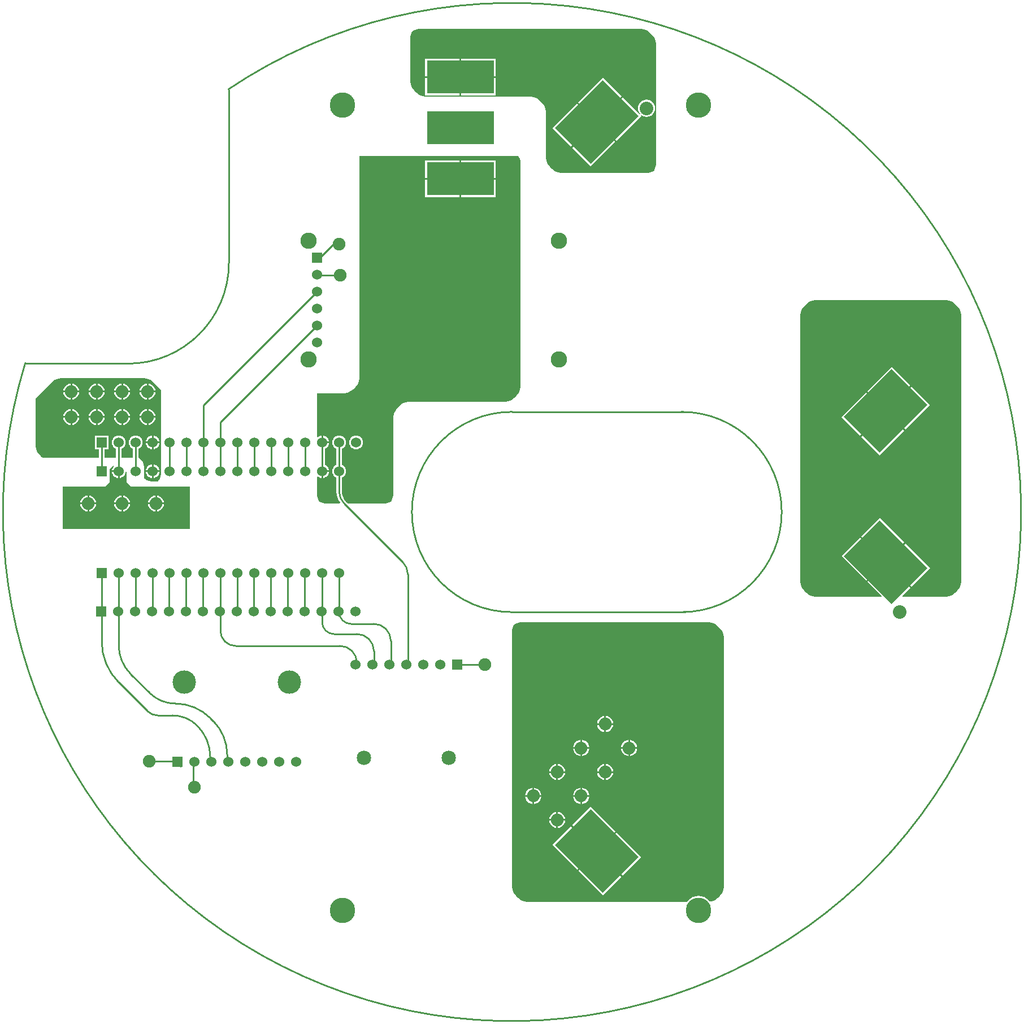
<source format=gtl>
G04*
G04 #@! TF.GenerationSoftware,Altium Limited,Altium Designer,20.2.8 (258)*
G04*
G04 Layer_Physical_Order=1*
G04 Layer_Color=255*
%FSLAX24Y24*%
%MOIN*%
G70*
G04*
G04 #@! TF.SameCoordinates,38B3CD4D-B414-478E-BCC0-3ABEE8A09775*
G04*
G04*
G04 #@! TF.FilePolarity,Positive*
G04*
G01*
G75*
%ADD10C,0.0100*%
G04:AMPARAMS|DCode=29|XSize=300mil|YSize=400mil|CornerRadius=0mil|HoleSize=0mil|Usage=FLASHONLY|Rotation=315.000|XOffset=0mil|YOffset=0mil|HoleType=Round|Shape=Rectangle|*
%AMROTATEDRECTD29*
4,1,4,-0.2475,-0.0354,0.0354,0.2475,0.2475,0.0354,-0.0354,-0.2475,-0.2475,-0.0354,0.0*
%
%ADD29ROTATEDRECTD29*%

G04:AMPARAMS|DCode=30|XSize=300mil|YSize=400mil|CornerRadius=0mil|HoleSize=0mil|Usage=FLASHONLY|Rotation=225.000|XOffset=0mil|YOffset=0mil|HoleType=Round|Shape=Rectangle|*
%AMROTATEDRECTD30*
4,1,4,-0.0354,0.2475,0.2475,-0.0354,0.0354,-0.2475,-0.2475,0.0354,-0.0354,0.2475,0.0*
%
%ADD30ROTATEDRECTD30*%

%ADD31R,0.3937X0.1969*%
%ADD32R,0.0600X0.0600*%
%ADD33C,0.0600*%
%ADD34R,0.0602X0.0602*%
%ADD35C,0.0602*%
%ADD36R,0.0600X0.0600*%
%ADD37C,0.0800*%
%ADD38C,0.0965*%
%ADD39C,0.1378*%
%ADD40C,0.0850*%
%ADD41C,0.0750*%
%ADD42C,0.1500*%
G36*
X37792Y58462D02*
X37974Y58386D01*
X38137Y58277D01*
X38277Y58137D01*
X38386Y57974D01*
X38462Y57792D01*
X38500Y57598D01*
Y57500D01*
Y50500D01*
Y50451D01*
X38481Y50354D01*
X38443Y50263D01*
X38388Y50181D01*
X38319Y50112D01*
X38237Y50057D01*
X38146Y50019D01*
X38049Y50000D01*
X32902D01*
X32708Y50038D01*
X32526Y50114D01*
X32363Y50223D01*
X32223Y50363D01*
X32114Y50526D01*
X32038Y50708D01*
X32000Y50902D01*
Y51000D01*
Y53500D01*
X31995Y53598D01*
X31957Y53790D01*
X31882Y53971D01*
X31773Y54134D01*
X31634Y54273D01*
X31471Y54382D01*
X31290Y54457D01*
X31098Y54495D01*
X31000Y54500D01*
X24902D01*
X24708Y54538D01*
X24526Y54614D01*
X24363Y54723D01*
X24223Y54863D01*
X24114Y55026D01*
X24038Y55208D01*
X24000Y55402D01*
Y55500D01*
Y58000D01*
Y58049D01*
X24019Y58146D01*
X24057Y58237D01*
X24112Y58319D01*
X24181Y58388D01*
X24263Y58443D01*
X24354Y58481D01*
X24451Y58500D01*
X37598D01*
X37792Y58462D01*
D02*
G37*
G36*
X8477Y37862D02*
X8659Y37786D01*
X8823Y37677D01*
X9224Y37276D01*
X9261Y37220D01*
X9287Y37158D01*
X9300Y37092D01*
Y37059D01*
Y32283D01*
Y32216D01*
X9274Y32084D01*
X9222Y31959D01*
X9148Y31848D01*
X9100Y31800D01*
X8716D01*
X8584Y31826D01*
X8459Y31878D01*
X8348Y31952D01*
X8300Y32000D01*
Y32617D01*
X8297Y32684D01*
X8271Y32815D01*
X8219Y32939D01*
X8145Y33050D01*
X8100Y33100D01*
X8075Y33122D01*
X8020Y33160D01*
X7958Y33185D01*
X7953Y33186D01*
Y33730D01*
X8002Y33751D01*
X8085Y33815D01*
X8149Y33898D01*
X8190Y33996D01*
X8203Y34100D01*
X8190Y34204D01*
X8149Y34302D01*
X8085Y34385D01*
X8002Y34449D01*
X7904Y34490D01*
X7800Y34503D01*
X7696Y34490D01*
X7598Y34449D01*
X7515Y34385D01*
X7451Y34302D01*
X7410Y34204D01*
X7397Y34100D01*
X7410Y33996D01*
X7451Y33898D01*
X7515Y33815D01*
X7598Y33751D01*
X7647Y33730D01*
Y33200D01*
X6953D01*
Y33730D01*
X7002Y33751D01*
X7085Y33815D01*
X7149Y33898D01*
X7190Y33996D01*
X7203Y34100D01*
X7190Y34204D01*
X7149Y34302D01*
X7085Y34385D01*
X7002Y34449D01*
X6904Y34490D01*
X6800Y34503D01*
X6696Y34490D01*
X6598Y34449D01*
X6515Y34385D01*
X6451Y34302D01*
X6410Y34204D01*
X6397Y34100D01*
X6410Y33996D01*
X6451Y33898D01*
X6515Y33815D01*
X6598Y33751D01*
X6647Y33730D01*
Y33200D01*
X5953D01*
Y33700D01*
X6200D01*
Y34500D01*
X5400D01*
Y33700D01*
X5647D01*
Y33200D01*
X2408D01*
X2342Y33213D01*
X2280Y33239D01*
X2224Y33276D01*
X2200Y33300D01*
X2183Y33317D01*
X2183D01*
X2116Y33384D01*
X2010Y33543D01*
X1937Y33718D01*
X1900Y33905D01*
Y34000D01*
Y36700D01*
X2807Y37607D01*
X2807Y37607D01*
Y37607D01*
X2877Y37677D01*
X3041Y37786D01*
X3223Y37862D01*
X3416Y37900D01*
X8284D01*
X8477Y37862D01*
D02*
G37*
G36*
X30399Y50943D02*
X30449Y50822D01*
X30483Y50696D01*
X30500Y50566D01*
X30500Y50500D01*
X30500Y37500D01*
Y37402D01*
X30462Y37208D01*
X30386Y37026D01*
X30277Y36863D01*
X30137Y36723D01*
X29974Y36614D01*
X29792Y36538D01*
X29598Y36500D01*
X24000D01*
X24000Y36500D01*
X23902Y36495D01*
X23710Y36457D01*
X23529Y36382D01*
X23366Y36273D01*
X23227Y36134D01*
X23118Y35971D01*
X23043Y35790D01*
X23005Y35598D01*
X23000Y35500D01*
Y31000D01*
Y30951D01*
X22981Y30854D01*
X22943Y30763D01*
X22888Y30681D01*
X22819Y30612D01*
X22737Y30557D01*
X22646Y30519D01*
X22549Y30500D01*
X20316D01*
X20236Y30580D01*
X20201Y30615D01*
X20201Y30615D01*
X20201Y30615D01*
X20168Y30652D01*
X20094Y30742D01*
X20016Y30889D01*
X19967Y31049D01*
X19956Y31165D01*
X19953Y31214D01*
D01*
X19953Y31264D01*
Y32029D01*
X20002Y32050D01*
X20086Y32114D01*
X20150Y32198D01*
X20191Y32295D01*
X20205Y32400D01*
X20191Y32505D01*
X20150Y32602D01*
X20086Y32686D01*
X20002Y32750D01*
X19953Y32771D01*
Y33730D01*
X20002Y33751D01*
X20085Y33815D01*
X20149Y33898D01*
X20190Y33996D01*
X20203Y34100D01*
X20190Y34204D01*
X20149Y34302D01*
X20085Y34385D01*
X20002Y34449D01*
X19904Y34490D01*
X19800Y34503D01*
X19696Y34490D01*
X19598Y34449D01*
X19515Y34385D01*
X19451Y34302D01*
X19410Y34204D01*
X19397Y34100D01*
X19410Y33996D01*
X19451Y33898D01*
X19515Y33815D01*
X19598Y33751D01*
X19647Y33730D01*
Y32771D01*
X19598Y32750D01*
X19514Y32686D01*
X19450Y32602D01*
X19409Y32505D01*
X19395Y32400D01*
X19409Y32295D01*
X19450Y32198D01*
X19514Y32114D01*
X19598Y32050D01*
X19647Y32029D01*
Y31214D01*
X19646Y31214D01*
X19661Y31034D01*
X19703Y30858D01*
X19772Y30691D01*
X19858Y30550D01*
X19838Y30500D01*
X18951D01*
X18854Y30519D01*
X18763Y30557D01*
X18681Y30612D01*
X18612Y30681D01*
X18557Y30763D01*
X18519Y30854D01*
X18500Y30951D01*
Y32062D01*
X18550Y32086D01*
X18598Y32050D01*
X18695Y32009D01*
X18750Y32002D01*
Y32400D01*
X18800D01*
Y32450D01*
X19198D01*
X19191Y32505D01*
X19150Y32602D01*
X19086Y32686D01*
X19002Y32750D01*
X18953Y32771D01*
Y33730D01*
X19002Y33751D01*
X19085Y33815D01*
X19149Y33898D01*
X19190Y33996D01*
X19197Y34050D01*
X18800D01*
Y34100D01*
X18750D01*
Y34497D01*
X18696Y34490D01*
X18598Y34449D01*
X18550Y34412D01*
X18500Y34437D01*
Y37000D01*
X19953Y37000D01*
X20000Y37000D01*
X20000Y37000D01*
X20000Y37000D01*
X20098Y37005D01*
X20290Y37043D01*
X20471Y37118D01*
X20634Y37227D01*
X20773Y37366D01*
X20882Y37529D01*
X20957Y37710D01*
X20995Y37902D01*
X21000Y38000D01*
X21000Y51000D01*
X30366D01*
X30399Y50943D01*
D02*
G37*
G36*
X6482Y32723D02*
X6486Y32719D01*
X6500Y32668D01*
X6450Y32602D01*
X6409Y32505D01*
X6402Y32450D01*
X6800D01*
Y32400D01*
X6850D01*
Y32002D01*
X6905Y32009D01*
X7002Y32050D01*
X7086Y32114D01*
X7150Y32198D01*
X7191Y32295D01*
X7200Y32365D01*
X7250Y32361D01*
Y31750D01*
X7500Y31500D01*
X11000D01*
Y29000D01*
X3500D01*
Y31500D01*
X6000D01*
X6250Y31750D01*
Y32500D01*
X6475Y32725D01*
X6482Y32723D01*
D02*
G37*
G36*
X55792Y42462D02*
X55974Y42386D01*
X56137Y42277D01*
X56277Y42137D01*
X56386Y41974D01*
X56462Y41792D01*
X56500Y41598D01*
Y41500D01*
Y26000D01*
Y25902D01*
X56462Y25708D01*
X56386Y25526D01*
X56277Y25363D01*
X56137Y25223D01*
X55974Y25114D01*
X55792Y25038D01*
X55598Y25000D01*
X53035D01*
X53016Y25046D01*
X53498Y25528D01*
X52048Y26978D01*
X50952Y25882D01*
X51788Y25046D01*
X51769Y25000D01*
X47902D01*
X47708Y25038D01*
X47526Y25114D01*
X47363Y25223D01*
X47223Y25363D01*
X47114Y25526D01*
X47038Y25708D01*
X47000Y25902D01*
Y26000D01*
Y41500D01*
Y41598D01*
X47038Y41792D01*
X47114Y41974D01*
X47223Y42137D01*
X47363Y42277D01*
X47526Y42386D01*
X47708Y42462D01*
X47902Y42500D01*
X55598D01*
X55792Y42462D01*
D02*
G37*
G36*
X41792Y23462D02*
X41974Y23386D01*
X42137Y23277D01*
X42277Y23137D01*
X42386Y22974D01*
X42462Y22792D01*
X42500Y22598D01*
Y22500D01*
Y8000D01*
Y7902D01*
X42462Y7708D01*
X42386Y7526D01*
X42277Y7363D01*
X42137Y7223D01*
X41974Y7114D01*
X41792Y7038D01*
X41677Y7016D01*
X41604Y7104D01*
X41475Y7210D01*
X41327Y7289D01*
X41167Y7338D01*
X41000Y7354D01*
X40833Y7338D01*
X40673Y7289D01*
X40525Y7210D01*
X40396Y7104D01*
X40311Y7000D01*
X30902D01*
X30708Y7038D01*
X30526Y7114D01*
X30363Y7223D01*
X30223Y7363D01*
X30114Y7526D01*
X30038Y7708D01*
X30000Y7902D01*
Y8000D01*
Y23000D01*
Y23049D01*
X30019Y23146D01*
X30057Y23237D01*
X30112Y23319D01*
X30181Y23388D01*
X30263Y23443D01*
X30354Y23481D01*
X30451Y23500D01*
X41598D01*
X41792Y23462D01*
D02*
G37*
%LPC*%
G36*
X29018Y56734D02*
X27000D01*
Y55700D01*
X29018D01*
Y56734D01*
D02*
G37*
G36*
X26900D02*
X24881D01*
Y55700D01*
X26900D01*
Y56734D01*
D02*
G37*
G36*
X29018Y55600D02*
X27000D01*
Y54566D01*
X29018D01*
Y55600D01*
D02*
G37*
G36*
X26900D02*
X24881D01*
Y54566D01*
X26900D01*
Y55600D01*
D02*
G37*
G36*
X36520Y54450D02*
X35071Y53000D01*
X36167Y51904D01*
X37616Y53354D01*
X37571Y53399D01*
X37604Y53436D01*
X37682Y53376D01*
X37804Y53326D01*
X37934Y53309D01*
X38065Y53326D01*
X38187Y53376D01*
X38291Y53457D01*
X38371Y53561D01*
X38422Y53683D01*
X38439Y53813D01*
X38422Y53944D01*
X38371Y54065D01*
X38291Y54170D01*
X38187Y54250D01*
X38065Y54300D01*
X37934Y54317D01*
X37804Y54300D01*
X37682Y54250D01*
X37578Y54170D01*
X37498Y54065D01*
X37447Y53944D01*
X37430Y53813D01*
X37447Y53683D01*
X37498Y53561D01*
X37558Y53483D01*
X37520Y53450D01*
X36520Y54450D01*
D02*
G37*
G36*
X35354Y55616D02*
X33904Y54167D01*
X35000Y53071D01*
X36450Y54520D01*
X35354Y55616D01*
D02*
G37*
G36*
X33833Y54096D02*
X32384Y52646D01*
X33480Y51550D01*
X34929Y53000D01*
X33833Y54096D01*
D02*
G37*
G36*
X35000Y52929D02*
X33550Y51480D01*
X34646Y50384D01*
X36096Y51833D01*
X35000Y52929D01*
D02*
G37*
G36*
X8550Y37573D02*
Y37150D01*
X8973D01*
X8963Y37224D01*
X8915Y37340D01*
X8839Y37439D01*
X8740Y37515D01*
X8624Y37563D01*
X8550Y37573D01*
D02*
G37*
G36*
X8450D02*
X8376Y37563D01*
X8260Y37515D01*
X8161Y37439D01*
X8085Y37340D01*
X8037Y37224D01*
X8027Y37150D01*
X8450D01*
Y37573D01*
D02*
G37*
G36*
X7050D02*
Y37150D01*
X7473D01*
X7463Y37224D01*
X7415Y37340D01*
X7339Y37439D01*
X7240Y37515D01*
X7124Y37563D01*
X7050Y37573D01*
D02*
G37*
G36*
X6950D02*
X6876Y37563D01*
X6760Y37515D01*
X6661Y37439D01*
X6585Y37340D01*
X6537Y37224D01*
X6527Y37150D01*
X6950D01*
Y37573D01*
D02*
G37*
G36*
X5550D02*
Y37150D01*
X5973D01*
X5963Y37224D01*
X5915Y37340D01*
X5839Y37439D01*
X5740Y37515D01*
X5624Y37563D01*
X5550Y37573D01*
D02*
G37*
G36*
X5450D02*
X5376Y37563D01*
X5260Y37515D01*
X5161Y37439D01*
X5085Y37340D01*
X5037Y37224D01*
X5027Y37150D01*
X5450D01*
Y37573D01*
D02*
G37*
G36*
X4050D02*
Y37150D01*
X4473D01*
X4463Y37224D01*
X4415Y37340D01*
X4339Y37439D01*
X4240Y37515D01*
X4124Y37563D01*
X4050Y37573D01*
D02*
G37*
G36*
X3950D02*
X3876Y37563D01*
X3760Y37515D01*
X3661Y37439D01*
X3585Y37340D01*
X3537Y37224D01*
X3527Y37150D01*
X3950D01*
Y37573D01*
D02*
G37*
G36*
X8973Y37050D02*
X8550D01*
Y36627D01*
X8624Y36637D01*
X8740Y36685D01*
X8839Y36761D01*
X8915Y36860D01*
X8963Y36976D01*
X8973Y37050D01*
D02*
G37*
G36*
X8450D02*
X8027D01*
X8037Y36976D01*
X8085Y36860D01*
X8161Y36761D01*
X8260Y36685D01*
X8376Y36637D01*
X8450Y36627D01*
Y37050D01*
D02*
G37*
G36*
X7473D02*
X7050D01*
Y36627D01*
X7124Y36637D01*
X7240Y36685D01*
X7339Y36761D01*
X7415Y36860D01*
X7463Y36976D01*
X7473Y37050D01*
D02*
G37*
G36*
X6950D02*
X6527D01*
X6537Y36976D01*
X6585Y36860D01*
X6661Y36761D01*
X6760Y36685D01*
X6876Y36637D01*
X6950Y36627D01*
Y37050D01*
D02*
G37*
G36*
X5973D02*
X5550D01*
Y36627D01*
X5624Y36637D01*
X5740Y36685D01*
X5839Y36761D01*
X5915Y36860D01*
X5963Y36976D01*
X5973Y37050D01*
D02*
G37*
G36*
X5450D02*
X5027D01*
X5037Y36976D01*
X5085Y36860D01*
X5161Y36761D01*
X5260Y36685D01*
X5376Y36637D01*
X5450Y36627D01*
Y37050D01*
D02*
G37*
G36*
X4473D02*
X4050D01*
Y36627D01*
X4124Y36637D01*
X4240Y36685D01*
X4339Y36761D01*
X4415Y36860D01*
X4463Y36976D01*
X4473Y37050D01*
D02*
G37*
G36*
X3950D02*
X3527D01*
X3537Y36976D01*
X3585Y36860D01*
X3661Y36761D01*
X3760Y36685D01*
X3876Y36637D01*
X3950Y36627D01*
Y37050D01*
D02*
G37*
G36*
X8550Y36073D02*
Y35650D01*
X8973D01*
X8963Y35724D01*
X8915Y35840D01*
X8839Y35939D01*
X8740Y36015D01*
X8624Y36063D01*
X8550Y36073D01*
D02*
G37*
G36*
X8450D02*
X8376Y36063D01*
X8260Y36015D01*
X8161Y35939D01*
X8085Y35840D01*
X8037Y35724D01*
X8027Y35650D01*
X8450D01*
Y36073D01*
D02*
G37*
G36*
X7050D02*
Y35650D01*
X7473D01*
X7463Y35724D01*
X7415Y35840D01*
X7339Y35939D01*
X7240Y36015D01*
X7124Y36063D01*
X7050Y36073D01*
D02*
G37*
G36*
X6950D02*
X6876Y36063D01*
X6760Y36015D01*
X6661Y35939D01*
X6585Y35840D01*
X6537Y35724D01*
X6527Y35650D01*
X6950D01*
Y36073D01*
D02*
G37*
G36*
X5550D02*
Y35650D01*
X5973D01*
X5963Y35724D01*
X5915Y35840D01*
X5839Y35939D01*
X5740Y36015D01*
X5624Y36063D01*
X5550Y36073D01*
D02*
G37*
G36*
X5450D02*
X5376Y36063D01*
X5260Y36015D01*
X5161Y35939D01*
X5085Y35840D01*
X5037Y35724D01*
X5027Y35650D01*
X5450D01*
Y36073D01*
D02*
G37*
G36*
X4050D02*
Y35650D01*
X4473D01*
X4463Y35724D01*
X4415Y35840D01*
X4339Y35939D01*
X4240Y36015D01*
X4124Y36063D01*
X4050Y36073D01*
D02*
G37*
G36*
X3950D02*
X3876Y36063D01*
X3760Y36015D01*
X3661Y35939D01*
X3585Y35840D01*
X3537Y35724D01*
X3527Y35650D01*
X3950D01*
Y36073D01*
D02*
G37*
G36*
X8973Y35550D02*
X8550D01*
Y35127D01*
X8624Y35137D01*
X8740Y35185D01*
X8839Y35261D01*
X8915Y35360D01*
X8963Y35476D01*
X8973Y35550D01*
D02*
G37*
G36*
X8450D02*
X8027D01*
X8037Y35476D01*
X8085Y35360D01*
X8161Y35261D01*
X8260Y35185D01*
X8376Y35137D01*
X8450Y35127D01*
Y35550D01*
D02*
G37*
G36*
X7473D02*
X7050D01*
Y35127D01*
X7124Y35137D01*
X7240Y35185D01*
X7339Y35261D01*
X7415Y35360D01*
X7463Y35476D01*
X7473Y35550D01*
D02*
G37*
G36*
X6950D02*
X6527D01*
X6537Y35476D01*
X6585Y35360D01*
X6661Y35261D01*
X6760Y35185D01*
X6876Y35137D01*
X6950Y35127D01*
Y35550D01*
D02*
G37*
G36*
X5973D02*
X5550D01*
Y35127D01*
X5624Y35137D01*
X5740Y35185D01*
X5839Y35261D01*
X5915Y35360D01*
X5963Y35476D01*
X5973Y35550D01*
D02*
G37*
G36*
X5450D02*
X5027D01*
X5037Y35476D01*
X5085Y35360D01*
X5161Y35261D01*
X5260Y35185D01*
X5376Y35137D01*
X5450Y35127D01*
Y35550D01*
D02*
G37*
G36*
X4473D02*
X4050D01*
Y35127D01*
X4124Y35137D01*
X4240Y35185D01*
X4339Y35261D01*
X4415Y35360D01*
X4463Y35476D01*
X4473Y35550D01*
D02*
G37*
G36*
X3950D02*
X3527D01*
X3537Y35476D01*
X3585Y35360D01*
X3661Y35261D01*
X3760Y35185D01*
X3876Y35137D01*
X3950Y35127D01*
Y35550D01*
D02*
G37*
G36*
X8850Y34497D02*
Y34150D01*
X9197D01*
X9190Y34204D01*
X9149Y34302D01*
X9085Y34385D01*
X9002Y34449D01*
X8904Y34490D01*
X8850Y34497D01*
D02*
G37*
G36*
X8750D02*
X8696Y34490D01*
X8598Y34449D01*
X8515Y34385D01*
X8451Y34302D01*
X8410Y34204D01*
X8403Y34150D01*
X8750D01*
Y34497D01*
D02*
G37*
G36*
X9197Y34050D02*
X8850D01*
Y33703D01*
X8904Y33710D01*
X9002Y33751D01*
X9085Y33815D01*
X9149Y33898D01*
X9190Y33996D01*
X9197Y34050D01*
D02*
G37*
G36*
X8750D02*
X8403D01*
X8410Y33996D01*
X8451Y33898D01*
X8515Y33815D01*
X8598Y33751D01*
X8696Y33710D01*
X8750Y33703D01*
Y34050D01*
D02*
G37*
G36*
X8850Y32798D02*
Y32450D01*
X9198D01*
X9191Y32505D01*
X9150Y32602D01*
X9086Y32686D01*
X9002Y32750D01*
X8905Y32791D01*
X8850Y32798D01*
D02*
G37*
G36*
X8750D02*
X8695Y32791D01*
X8598Y32750D01*
X8514Y32686D01*
X8450Y32602D01*
X8409Y32505D01*
X8402Y32450D01*
X8750D01*
Y32798D01*
D02*
G37*
G36*
X9198Y32350D02*
X8850D01*
Y32002D01*
X8905Y32009D01*
X9002Y32050D01*
X9086Y32114D01*
X9150Y32198D01*
X9191Y32295D01*
X9198Y32350D01*
D02*
G37*
G36*
X8750D02*
X8402D01*
X8409Y32295D01*
X8450Y32198D01*
X8514Y32114D01*
X8598Y32050D01*
X8695Y32009D01*
X8750Y32002D01*
Y32350D01*
D02*
G37*
G36*
X29018Y50734D02*
X27000D01*
Y49700D01*
X29018D01*
Y50734D01*
D02*
G37*
G36*
X26900D02*
X24881D01*
Y49700D01*
X26900D01*
Y50734D01*
D02*
G37*
G36*
X29018Y49600D02*
X27000D01*
Y48566D01*
X29018D01*
Y49600D01*
D02*
G37*
G36*
X26900D02*
X24881D01*
Y48566D01*
X26900D01*
Y49600D01*
D02*
G37*
G36*
X18850Y34497D02*
Y34150D01*
X19197D01*
X19190Y34204D01*
X19149Y34302D01*
X19085Y34385D01*
X19002Y34449D01*
X18904Y34490D01*
X18850Y34497D01*
D02*
G37*
G36*
X20800Y34503D02*
X20696Y34490D01*
X20598Y34449D01*
X20515Y34385D01*
X20451Y34302D01*
X20410Y34204D01*
X20397Y34100D01*
X20410Y33996D01*
X20451Y33898D01*
X20515Y33815D01*
X20598Y33751D01*
X20696Y33710D01*
X20800Y33697D01*
X20904Y33710D01*
X21002Y33751D01*
X21085Y33815D01*
X21149Y33898D01*
X21190Y33996D01*
X21203Y34100D01*
X21190Y34204D01*
X21149Y34302D01*
X21085Y34385D01*
X21002Y34449D01*
X20904Y34490D01*
X20800Y34503D01*
D02*
G37*
G36*
X19198Y32350D02*
X18850D01*
Y32002D01*
X18905Y32009D01*
X19002Y32050D01*
X19086Y32114D01*
X19150Y32198D01*
X19191Y32295D01*
X19198Y32350D01*
D02*
G37*
G36*
X6750D02*
X6402D01*
X6409Y32295D01*
X6450Y32198D01*
X6514Y32114D01*
X6598Y32050D01*
X6695Y32009D01*
X6750Y32002D01*
Y32350D01*
D02*
G37*
G36*
X9050Y30973D02*
Y30550D01*
X9473D01*
X9463Y30624D01*
X9415Y30740D01*
X9339Y30839D01*
X9240Y30915D01*
X9124Y30963D01*
X9050Y30973D01*
D02*
G37*
G36*
X8950D02*
X8876Y30963D01*
X8760Y30915D01*
X8661Y30839D01*
X8585Y30740D01*
X8537Y30624D01*
X8527Y30550D01*
X8950D01*
Y30973D01*
D02*
G37*
G36*
X7050D02*
Y30550D01*
X7473D01*
X7463Y30624D01*
X7415Y30740D01*
X7339Y30839D01*
X7240Y30915D01*
X7124Y30963D01*
X7050Y30973D01*
D02*
G37*
G36*
X6950D02*
X6876Y30963D01*
X6760Y30915D01*
X6661Y30839D01*
X6585Y30740D01*
X6537Y30624D01*
X6527Y30550D01*
X6950D01*
Y30973D01*
D02*
G37*
G36*
X5050D02*
Y30550D01*
X5473D01*
X5463Y30624D01*
X5415Y30740D01*
X5339Y30839D01*
X5240Y30915D01*
X5124Y30963D01*
X5050Y30973D01*
D02*
G37*
G36*
X4950D02*
X4876Y30963D01*
X4760Y30915D01*
X4661Y30839D01*
X4585Y30740D01*
X4537Y30624D01*
X4527Y30550D01*
X4950D01*
Y30973D01*
D02*
G37*
G36*
X9473Y30450D02*
X9050D01*
Y30027D01*
X9124Y30037D01*
X9240Y30085D01*
X9339Y30161D01*
X9415Y30260D01*
X9463Y30376D01*
X9473Y30450D01*
D02*
G37*
G36*
X8950D02*
X8527D01*
X8537Y30376D01*
X8585Y30260D01*
X8661Y30161D01*
X8760Y30085D01*
X8876Y30037D01*
X8950Y30027D01*
Y30450D01*
D02*
G37*
G36*
X7473D02*
X7050D01*
Y30027D01*
X7124Y30037D01*
X7240Y30085D01*
X7339Y30161D01*
X7415Y30260D01*
X7463Y30376D01*
X7473Y30450D01*
D02*
G37*
G36*
X6950D02*
X6527D01*
X6537Y30376D01*
X6585Y30260D01*
X6661Y30161D01*
X6760Y30085D01*
X6876Y30037D01*
X6950Y30027D01*
Y30450D01*
D02*
G37*
G36*
X5473D02*
X5050D01*
Y30027D01*
X5124Y30037D01*
X5240Y30085D01*
X5339Y30161D01*
X5415Y30260D01*
X5463Y30376D01*
X5473Y30450D01*
D02*
G37*
G36*
X4950D02*
X4527D01*
X4537Y30376D01*
X4585Y30260D01*
X4661Y30161D01*
X4760Y30085D01*
X4876Y30037D01*
X4950Y30027D01*
Y30450D01*
D02*
G37*
G36*
X52402Y38568D02*
X50952Y37118D01*
X52048Y36022D01*
X53498Y37472D01*
X52402Y38568D01*
D02*
G37*
G36*
X53569Y37401D02*
X52119Y35952D01*
X53215Y34856D01*
X54665Y36305D01*
X53569Y37401D01*
D02*
G37*
G36*
X50882Y37048D02*
X49432Y35598D01*
X50528Y34502D01*
X51978Y35952D01*
X50882Y37048D01*
D02*
G37*
G36*
X52048Y35881D02*
X50599Y34431D01*
X51695Y33335D01*
X53144Y34785D01*
X52048Y35881D01*
D02*
G37*
G36*
X51695Y29665D02*
X50599Y28569D01*
X52048Y27119D01*
X53144Y28215D01*
X51695Y29665D01*
D02*
G37*
G36*
X50528Y28498D02*
X49432Y27402D01*
X50882Y25952D01*
X51978Y27048D01*
X50528Y28498D01*
D02*
G37*
G36*
X53215Y28144D02*
X52119Y27048D01*
X53569Y25599D01*
X54665Y26695D01*
X53215Y28144D01*
D02*
G37*
G36*
X35543Y17965D02*
Y17543D01*
X35965D01*
X35955Y17617D01*
X35908Y17732D01*
X35831Y17831D01*
X35732Y17908D01*
X35617Y17955D01*
X35543Y17965D01*
D02*
G37*
G36*
X35443D02*
X35369Y17955D01*
X35253Y17908D01*
X35154Y17831D01*
X35078Y17732D01*
X35030Y17617D01*
X35020Y17543D01*
X35443D01*
Y17965D01*
D02*
G37*
G36*
X35965Y17443D02*
X35543D01*
Y17020D01*
X35617Y17030D01*
X35732Y17078D01*
X35831Y17154D01*
X35908Y17253D01*
X35955Y17369D01*
X35965Y17443D01*
D02*
G37*
G36*
X35443D02*
X35020D01*
X35030Y17369D01*
X35078Y17253D01*
X35154Y17154D01*
X35253Y17078D01*
X35369Y17030D01*
X35443Y17020D01*
Y17443D01*
D02*
G37*
G36*
X36957Y16551D02*
Y16128D01*
X37379D01*
X37370Y16202D01*
X37322Y16318D01*
X37246Y16417D01*
X37146Y16493D01*
X37031Y16541D01*
X36957Y16551D01*
D02*
G37*
G36*
X36857D02*
X36783Y16541D01*
X36667Y16493D01*
X36568Y16417D01*
X36492Y16318D01*
X36444Y16202D01*
X36434Y16128D01*
X36857D01*
Y16551D01*
D02*
G37*
G36*
X34128D02*
Y16128D01*
X34551D01*
X34541Y16202D01*
X34493Y16318D01*
X34417Y16417D01*
X34318Y16493D01*
X34202Y16541D01*
X34128Y16551D01*
D02*
G37*
G36*
X34028D02*
X33954Y16541D01*
X33839Y16493D01*
X33740Y16417D01*
X33664Y16318D01*
X33616Y16202D01*
X33606Y16128D01*
X34028D01*
Y16551D01*
D02*
G37*
G36*
X37379Y16028D02*
X36957D01*
Y15606D01*
X37031Y15616D01*
X37146Y15664D01*
X37246Y15740D01*
X37322Y15839D01*
X37370Y15954D01*
X37379Y16028D01*
D02*
G37*
G36*
X36857D02*
X36434D01*
X36444Y15954D01*
X36492Y15839D01*
X36568Y15740D01*
X36667Y15664D01*
X36783Y15616D01*
X36857Y15606D01*
Y16028D01*
D02*
G37*
G36*
X34551D02*
X34128D01*
Y15606D01*
X34202Y15616D01*
X34318Y15664D01*
X34417Y15740D01*
X34493Y15839D01*
X34541Y15954D01*
X34551Y16028D01*
D02*
G37*
G36*
X34028D02*
X33606D01*
X33616Y15954D01*
X33664Y15839D01*
X33740Y15740D01*
X33839Y15664D01*
X33954Y15616D01*
X34028Y15606D01*
Y16028D01*
D02*
G37*
G36*
X35543Y15137D02*
Y14714D01*
X35965D01*
X35955Y14788D01*
X35908Y14904D01*
X35831Y15003D01*
X35732Y15079D01*
X35617Y15127D01*
X35543Y15137D01*
D02*
G37*
G36*
X35443D02*
X35369Y15127D01*
X35253Y15079D01*
X35154Y15003D01*
X35078Y14904D01*
X35030Y14788D01*
X35020Y14714D01*
X35443D01*
Y15137D01*
D02*
G37*
G36*
X32714D02*
Y14714D01*
X33137D01*
X33127Y14788D01*
X33079Y14904D01*
X33003Y15003D01*
X32904Y15079D01*
X32788Y15127D01*
X32714Y15137D01*
D02*
G37*
G36*
X32614D02*
X32540Y15127D01*
X32425Y15079D01*
X32325Y15003D01*
X32249Y14904D01*
X32201Y14788D01*
X32192Y14714D01*
X32614D01*
Y15137D01*
D02*
G37*
G36*
X35965Y14614D02*
X35543D01*
Y14192D01*
X35617Y14201D01*
X35732Y14249D01*
X35831Y14325D01*
X35908Y14425D01*
X35955Y14540D01*
X35965Y14614D01*
D02*
G37*
G36*
X35443D02*
X35020D01*
X35030Y14540D01*
X35078Y14425D01*
X35154Y14325D01*
X35253Y14249D01*
X35369Y14201D01*
X35443Y14192D01*
Y14614D01*
D02*
G37*
G36*
X33137D02*
X32714D01*
Y14192D01*
X32788Y14201D01*
X32904Y14249D01*
X33003Y14325D01*
X33079Y14425D01*
X33127Y14540D01*
X33137Y14614D01*
D02*
G37*
G36*
X32614D02*
X32192D01*
X32201Y14540D01*
X32249Y14425D01*
X32325Y14325D01*
X32425Y14249D01*
X32540Y14201D01*
X32614Y14192D01*
Y14614D01*
D02*
G37*
G36*
X34128Y13723D02*
Y13300D01*
X34551D01*
X34541Y13374D01*
X34493Y13490D01*
X34417Y13589D01*
X34318Y13665D01*
X34202Y13713D01*
X34128Y13723D01*
D02*
G37*
G36*
X34028D02*
X33954Y13713D01*
X33839Y13665D01*
X33740Y13589D01*
X33664Y13490D01*
X33616Y13374D01*
X33606Y13300D01*
X34028D01*
Y13723D01*
D02*
G37*
G36*
X31300D02*
Y13300D01*
X31723D01*
X31713Y13374D01*
X31665Y13490D01*
X31589Y13589D01*
X31490Y13665D01*
X31374Y13713D01*
X31300Y13723D01*
D02*
G37*
G36*
X31200D02*
X31126Y13713D01*
X31010Y13665D01*
X30911Y13589D01*
X30835Y13490D01*
X30787Y13374D01*
X30777Y13300D01*
X31200D01*
Y13723D01*
D02*
G37*
G36*
X34551Y13200D02*
X34128D01*
Y12777D01*
X34202Y12787D01*
X34318Y12835D01*
X34417Y12911D01*
X34493Y13010D01*
X34541Y13126D01*
X34551Y13200D01*
D02*
G37*
G36*
X34028D02*
X33606D01*
X33616Y13126D01*
X33664Y13010D01*
X33740Y12911D01*
X33839Y12835D01*
X33954Y12787D01*
X34028Y12777D01*
Y13200D01*
D02*
G37*
G36*
X31723D02*
X31300D01*
Y12777D01*
X31374Y12787D01*
X31490Y12835D01*
X31589Y12911D01*
X31665Y13010D01*
X31713Y13126D01*
X31723Y13200D01*
D02*
G37*
G36*
X31200D02*
X30777D01*
X30787Y13126D01*
X30835Y13010D01*
X30911Y12911D01*
X31010Y12835D01*
X31126Y12787D01*
X31200Y12777D01*
Y13200D01*
D02*
G37*
G36*
X32714Y12308D02*
Y11886D01*
X33137D01*
X33127Y11960D01*
X33079Y12075D01*
X33003Y12175D01*
X32904Y12251D01*
X32788Y12299D01*
X32714Y12308D01*
D02*
G37*
G36*
X32614D02*
X32540Y12299D01*
X32425Y12251D01*
X32325Y12175D01*
X32249Y12075D01*
X32201Y11960D01*
X32192Y11886D01*
X32614D01*
Y12308D01*
D02*
G37*
G36*
X33137Y11786D02*
X32714D01*
Y11363D01*
X32788Y11373D01*
X32904Y11421D01*
X33003Y11497D01*
X33079Y11596D01*
X33127Y11712D01*
X33137Y11786D01*
D02*
G37*
G36*
X32614D02*
X32192D01*
X32201Y11712D01*
X32249Y11596D01*
X32325Y11497D01*
X32425Y11421D01*
X32540Y11373D01*
X32614Y11363D01*
Y11786D01*
D02*
G37*
G36*
X34646Y12616D02*
X33550Y11520D01*
X35000Y10071D01*
X36096Y11167D01*
X34646Y12616D01*
D02*
G37*
G36*
X33480Y11450D02*
X32384Y10354D01*
X33833Y8904D01*
X34929Y10000D01*
X33480Y11450D01*
D02*
G37*
G36*
X36167Y11096D02*
X35071Y10000D01*
X36520Y8550D01*
X37616Y9646D01*
X36167Y11096D01*
D02*
G37*
G36*
X35000Y9929D02*
X33904Y8833D01*
X35354Y7384D01*
X36450Y8480D01*
X35000Y9929D01*
D02*
G37*
%LPD*%
D10*
X8626Y19324D02*
G03*
X10133Y18700I1507J1507D01*
G01*
X8626Y19324D02*
G03*
X10133Y18700I1507J1507D01*
G01*
X6800Y22148D02*
G03*
X7506Y20444I2411J-0D01*
G01*
X6800Y22148D02*
G03*
X7506Y20444I2411J-0D01*
G01*
X13200Y15683D02*
G03*
X12376Y17674I-2817J-0D01*
G01*
X13200Y15683D02*
G03*
X12376Y17674I-2817J-0D01*
G01*
X12210Y17840D02*
G03*
X10133Y18700I-2078J-2079D01*
G01*
X12210Y17840D02*
G03*
X10133Y18700I-2078J-2079D01*
G01*
X5800Y22356D02*
G03*
X6794Y19956I3394J-0D01*
G01*
X8500Y18250D02*
G03*
X9104Y18000I604J604D01*
G01*
X5800Y22356D02*
G03*
X6794Y19956I3394J-0D01*
G01*
X12200Y15543D02*
G03*
X11432Y17398I-2622J-0D01*
G01*
X12200Y15543D02*
G03*
X11432Y17398I-2622J-0D01*
G01*
X8500Y18250D02*
G03*
X9104Y18000I604J604D01*
G01*
X11432Y17398D02*
G03*
X9977Y18000I-1455J-1457D01*
G01*
X11432Y17398D02*
G03*
X9977Y18000I-1455J-1457D01*
G01*
X12800Y23000D02*
G03*
X13700Y22100I900J0D01*
G01*
X12800Y23000D02*
G03*
X13700Y22100I900J0D01*
G01*
X20850Y21100D02*
G03*
X19850Y22100I-1000J0D01*
G01*
X20850Y21100D02*
G03*
X19850Y22100I-1000J0D01*
G01*
X18800Y23500D02*
G03*
X19500Y22800I700J0D01*
G01*
X18800Y23500D02*
G03*
X19500Y22800I700J0D01*
G01*
X21850Y21800D02*
G03*
X20850Y22800I-1000J0D01*
G01*
X21850Y21800D02*
G03*
X20850Y22800I-1000J0D01*
G01*
X19800Y24100D02*
G03*
X20500Y23400I700J0D01*
G01*
X19800Y24100D02*
G03*
X20500Y23400I700J0D01*
G01*
X22850Y22400D02*
G03*
X21850Y23400I-1000J0D01*
G01*
X22850Y22400D02*
G03*
X21850Y23400I-1000J0D01*
G01*
X19800Y31214D02*
G03*
X20093Y30507I1000J0D01*
G01*
X19800Y31214D02*
G03*
X20093Y30507I1000J0D01*
G01*
X23850Y26336D02*
G03*
X23557Y27043I-1000J0D01*
G01*
X23850Y26336D02*
G03*
X23557Y27043I-1000J0D01*
G01*
X23850Y26336D02*
G03*
X23557Y27043I-1000J0D01*
G01*
X23850Y26336D02*
G03*
X23557Y27043I-1000J0D01*
G01*
X19800Y31214D02*
G03*
X20093Y30507I1000J0D01*
G01*
X19800Y31214D02*
G03*
X20093Y30507I1000J0D01*
G01*
X22850Y22400D02*
G03*
X21850Y23400I-1000J0D01*
G01*
X22850Y22400D02*
G03*
X21850Y23400I-1000J0D01*
G01*
X19800Y24100D02*
G03*
X20500Y23400I700J0D01*
G01*
X19800Y24100D02*
G03*
X20500Y23400I700J0D01*
G01*
X21850Y21800D02*
G03*
X20850Y22800I-1000J0D01*
G01*
X21850Y21800D02*
G03*
X20850Y22800I-1000J0D01*
G01*
X18800Y23500D02*
G03*
X19500Y22800I700J0D01*
G01*
X18800Y23500D02*
G03*
X19500Y22800I700J0D01*
G01*
X20850Y21100D02*
G03*
X19850Y22100I-1000J0D01*
G01*
X20850Y21100D02*
G03*
X19850Y22100I-1000J0D01*
G01*
X12800Y23000D02*
G03*
X13700Y22100I900J0D01*
G01*
X12800Y23000D02*
G03*
X13700Y22100I900J0D01*
G01*
X8760Y24140D02*
G03*
X8800Y24180I0J40D01*
G01*
X11432Y17398D02*
G03*
X9977Y18000I-1455J-1457D01*
G01*
X8500Y18250D02*
G03*
X9104Y18000I604J604D01*
G01*
X12200Y15543D02*
G03*
X11432Y17398I-2622J-0D01*
G01*
D02*
G03*
X9977Y18000I-1455J-1457D01*
G01*
X12200Y15543D02*
G03*
X11432Y17398I-2622J-0D01*
G01*
X8500Y18250D02*
G03*
X9104Y18000I604J604D01*
G01*
X5800Y22356D02*
G03*
X6794Y19956I3394J-0D01*
G01*
X5800Y22356D02*
G03*
X6794Y19956I3394J-0D01*
G01*
X12210Y17840D02*
G03*
X10133Y18700I-2078J-2079D01*
G01*
X12210Y17840D02*
G03*
X10133Y18700I-2078J-2079D01*
G01*
X13200Y15683D02*
G03*
X12376Y17674I-2817J-0D01*
G01*
X13200Y15683D02*
G03*
X12376Y17674I-2817J-0D01*
G01*
X6800Y22148D02*
G03*
X7506Y20444I2411J-0D01*
G01*
X8626Y19324D02*
G03*
X10133Y18700I1507J1507D01*
G01*
X8626Y19324D02*
G03*
X10133Y18700I1507J1507D01*
G01*
X6800Y22148D02*
G03*
X7506Y20444I2411J-0D01*
G01*
X7760Y24140D02*
G03*
X7800Y24180I0J40D01*
G01*
X9800Y26400D02*
G03*
X9760Y26360I0J-40D01*
G01*
X10800Y26400D02*
G03*
X10760Y26360I0J-40D01*
G01*
X11800Y26400D02*
G03*
X11760Y26360I0J-40D01*
G01*
X13760Y24140D02*
G03*
X13800Y24180I0J40D01*
G01*
X14800Y26400D02*
G03*
X14760Y26360I0J-40D01*
G01*
X15800Y26400D02*
G03*
X15760Y26360I0J-40D01*
G01*
X16800Y26400D02*
G03*
X16760Y26360I0J-40D01*
G01*
X17800Y26400D02*
G03*
X17760Y26360I0J-40D01*
G01*
X18550Y45050D02*
G03*
X18671Y45000I121J121D01*
G01*
X11800Y36300D02*
X18550Y43050D01*
X11800Y34100D02*
Y36300D01*
X12800Y35300D02*
X18550Y41050D01*
X12800Y34100D02*
Y35300D01*
X7506Y20444D02*
X7507Y20443D01*
X8625Y19325D02*
X8626Y19324D01*
X6800Y22148D02*
Y22149D01*
Y26400D01*
X13200Y15683D02*
Y15683D01*
X10133Y18700D02*
X10133D01*
X12374Y17676D02*
X12376Y17674D01*
X12210Y17840D02*
X12212Y17838D01*
X12376Y17674D01*
X7507Y20443D02*
X8625Y19325D01*
X13200Y15250D02*
Y15683D01*
X6794Y19956D02*
X6795Y19955D01*
X5800Y22356D02*
Y22357D01*
Y26400D01*
X12200Y15543D02*
Y15543D01*
X9104Y18000D02*
X9976D01*
X9977D01*
X12200Y15250D02*
Y15543D01*
X6795Y19955D02*
X8500Y18250D01*
X12800Y23000D02*
Y26400D01*
X20850Y21000D02*
Y21100D01*
X13700Y22100D02*
X19850D01*
X18800Y23500D02*
Y26400D01*
X21850Y21000D02*
Y21800D01*
X19500Y22800D02*
X20850D01*
X19800Y24100D02*
Y26400D01*
X22850Y21000D02*
Y22400D01*
X20500Y23400D02*
X21850D01*
X23850Y21000D02*
Y26336D01*
X19800Y31214D02*
Y32400D01*
X20093Y30507D02*
X23557Y27043D01*
X11200Y13800D02*
X11250Y13750D01*
X11200Y13800D02*
Y15250D01*
X13800Y32400D02*
Y34100D01*
X12800Y32400D02*
Y34100D01*
X11800Y32400D02*
Y34100D01*
X18625Y43975D02*
X19875D01*
X18550Y44050D02*
X18625Y43975D01*
X19471Y45800D02*
X19800D01*
X18671Y45000D02*
X19471Y45800D01*
X10150Y15300D02*
X10200Y15250D01*
X8600Y15300D02*
X10150D01*
X10200Y15250D02*
X10450Y15000D01*
X26850Y21000D02*
X28400D01*
X19800Y32400D02*
Y34100D01*
X18800Y32400D02*
Y34100D01*
X17800Y32400D02*
Y34100D01*
X16800Y32400D02*
Y34100D01*
X15800Y32400D02*
Y34100D01*
X14800Y32400D02*
Y34100D01*
X10800Y32400D02*
Y34100D01*
X9800Y32400D02*
Y34100D01*
X6800Y32400D02*
Y34100D01*
X7800Y32400D02*
Y34100D01*
X5800Y32400D02*
Y34100D01*
X17760Y24140D02*
Y26360D01*
X16760Y24140D02*
Y26360D01*
X15760Y24140D02*
Y26360D01*
X14760Y24140D02*
Y26360D01*
X13800Y24180D02*
Y26400D01*
X11760Y24140D02*
Y26360D01*
X10760Y24140D02*
Y26360D01*
X9760Y24140D02*
Y26360D01*
X8800Y24180D02*
Y26400D01*
X7800Y24180D02*
Y26400D01*
X7350Y38750D02*
G03*
X13300Y44700I0J5950D01*
G01*
X40000Y24094D02*
G03*
X40000Y35906I0J5906D01*
G01*
X30000D02*
G03*
X30000Y24094I0J-5906D01*
G01*
X1287Y38779D02*
G03*
X13276Y54936I28713J-8779D01*
G01*
X1300Y38750D02*
X7500D01*
X13306Y44700D02*
Y54900D01*
X30000Y24094D02*
X40232D01*
X30000Y35906D02*
X40232D01*
D29*
X35000Y53000D02*
D03*
X52048Y35952D02*
D03*
D30*
Y27048D02*
D03*
X35000Y10000D02*
D03*
D31*
X26950Y49650D02*
D03*
Y52650D02*
D03*
Y55650D02*
D03*
D32*
X5760Y24140D02*
D03*
X5800Y34100D02*
D03*
X10250Y15250D02*
D03*
D33*
X6760Y24140D02*
D03*
X7760D02*
D03*
X8760D02*
D03*
X9760D02*
D03*
X10760D02*
D03*
X11760D02*
D03*
X12760D02*
D03*
X13760D02*
D03*
X14760D02*
D03*
X15760D02*
D03*
X16760D02*
D03*
X17760D02*
D03*
X18760D02*
D03*
X19760D02*
D03*
X20760D02*
D03*
X6800Y34100D02*
D03*
X7800D02*
D03*
X8800D02*
D03*
X9800D02*
D03*
X10800D02*
D03*
X11800D02*
D03*
X12800D02*
D03*
X13800D02*
D03*
X14800D02*
D03*
X15800D02*
D03*
X16800D02*
D03*
X17800D02*
D03*
X18800D02*
D03*
X19800D02*
D03*
X20800D02*
D03*
X18500Y40000D02*
D03*
Y41000D02*
D03*
Y42000D02*
D03*
Y43000D02*
D03*
Y44000D02*
D03*
X11250Y15250D02*
D03*
X12250D02*
D03*
X13250D02*
D03*
X14250D02*
D03*
X15250D02*
D03*
X16250D02*
D03*
X17250D02*
D03*
X20750Y21000D02*
D03*
X21750D02*
D03*
X22750D02*
D03*
X23750D02*
D03*
X24750D02*
D03*
X25750D02*
D03*
D34*
X5800Y32400D02*
D03*
Y26400D02*
D03*
D35*
X6800Y32400D02*
D03*
X7800D02*
D03*
X8800D02*
D03*
X9800D02*
D03*
X10800D02*
D03*
X11800D02*
D03*
X12800D02*
D03*
X13800D02*
D03*
X14800D02*
D03*
X15800D02*
D03*
X16800D02*
D03*
X17800D02*
D03*
X18800D02*
D03*
X19800D02*
D03*
X6800Y26400D02*
D03*
X7800D02*
D03*
X8800D02*
D03*
X9800D02*
D03*
X10800D02*
D03*
X11800D02*
D03*
X12800D02*
D03*
X13800D02*
D03*
X14800D02*
D03*
X15800D02*
D03*
X16800D02*
D03*
X17800D02*
D03*
X18800D02*
D03*
X19800D02*
D03*
D36*
X18500Y45000D02*
D03*
X26750Y21000D02*
D03*
D37*
X37934Y53813D02*
D03*
X52862Y24114D02*
D03*
D38*
X32764Y39000D02*
D03*
Y46000D02*
D03*
X18000D02*
D03*
Y39000D02*
D03*
D39*
X10650Y19950D02*
D03*
X16850D02*
D03*
D40*
X26250Y15500D02*
D03*
X21250D02*
D03*
D41*
X11250Y13750D02*
D03*
X19875Y43975D02*
D03*
X19800Y45800D02*
D03*
X8600Y15300D02*
D03*
X28400Y21000D02*
D03*
X5500Y35600D02*
D03*
X8500D02*
D03*
X5500Y37100D02*
D03*
X8500D02*
D03*
X4000Y35600D02*
D03*
X7000D02*
D03*
X4000Y37100D02*
D03*
X7000D02*
D03*
Y30500D02*
D03*
X9000D02*
D03*
X5000D02*
D03*
X35493Y17493D02*
D03*
X34078Y16078D02*
D03*
Y13250D02*
D03*
X36907Y16078D02*
D03*
X35493Y14664D02*
D03*
X32664Y11836D02*
D03*
X31250Y13250D02*
D03*
X32664Y14664D02*
D03*
D42*
X20000Y6500D02*
D03*
X41000D02*
D03*
Y54000D02*
D03*
X20000D02*
D03*
M02*

</source>
